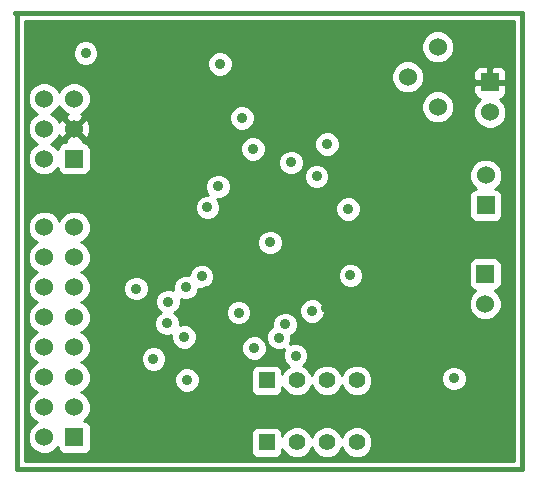
<source format=gbr>
G04 (created by PCBNEW-RS274X (2010-05-05 BZR 2356)-stable) date 29/03/2011 14:52:02*
G01*
G70*
G90*
%MOIN*%
G04 Gerber Fmt 3.4, Leading zero omitted, Abs format*
%FSLAX34Y34*%
G04 APERTURE LIST*
%ADD10C,0.006000*%
%ADD11C,0.015000*%
%ADD12R,0.060000X0.060000*%
%ADD13C,0.060000*%
%ADD14R,0.055000X0.055000*%
%ADD15C,0.055000*%
%ADD16C,0.035000*%
%ADD17C,0.010000*%
G04 APERTURE END LIST*
G54D10*
G54D11*
X25550Y-22360D02*
X25600Y-22360D01*
X25550Y-37560D02*
X25550Y-22360D01*
X42400Y-37560D02*
X25550Y-37560D01*
X42400Y-22360D02*
X42400Y-37560D01*
X25500Y-22360D02*
X42400Y-22360D01*
G54D12*
X41170Y-31050D03*
G54D13*
X41170Y-32050D03*
G54D12*
X41190Y-28760D03*
G54D13*
X41190Y-27760D03*
X39590Y-25480D03*
X38590Y-24480D03*
X39590Y-23480D03*
G54D12*
X27470Y-27210D03*
G54D13*
X26470Y-27210D03*
X27470Y-26210D03*
X26470Y-26210D03*
X27470Y-25210D03*
X26470Y-25210D03*
G54D12*
X27475Y-36500D03*
G54D13*
X26475Y-36500D03*
X27475Y-35500D03*
X26475Y-35500D03*
X27475Y-34500D03*
X26475Y-34500D03*
X27475Y-33500D03*
X26475Y-33500D03*
X27475Y-32500D03*
X26475Y-32500D03*
X27475Y-31500D03*
X26475Y-31500D03*
X27475Y-30500D03*
X26475Y-30500D03*
X27475Y-29500D03*
X26475Y-29500D03*
G54D12*
X41330Y-24660D03*
G54D13*
X41330Y-25660D03*
G54D14*
X33890Y-34600D03*
G54D15*
X34890Y-34600D03*
X35890Y-34600D03*
X36890Y-34600D03*
G54D14*
X33890Y-36660D03*
G54D15*
X34890Y-36660D03*
X35890Y-36660D03*
X36890Y-36660D03*
G54D16*
X31720Y-31130D03*
X33060Y-25850D03*
X36600Y-28880D03*
X31910Y-28830D03*
X29535Y-31540D03*
X34290Y-33170D03*
X31190Y-31500D03*
X31140Y-33150D03*
X36680Y-31100D03*
X30600Y-31970D03*
X30570Y-32700D03*
X34500Y-32730D03*
X30110Y-33880D03*
X34850Y-33770D03*
X33470Y-33520D03*
X32950Y-32340D03*
X35400Y-32280D03*
X35550Y-27800D03*
X40130Y-34530D03*
X32270Y-28130D03*
X32330Y-24050D03*
X35900Y-26720D03*
X33430Y-26880D03*
X34000Y-30000D03*
X34700Y-27330D03*
X27850Y-23690D03*
X31230Y-34580D03*
X31900Y-31620D03*
X36510Y-28280D03*
X35850Y-32170D03*
X29810Y-28760D03*
X32860Y-28180D03*
G54D10*
G36*
X42125Y-37285D02*
X42125Y-22635D01*
X25825Y-22635D01*
X25825Y-37280D01*
X27125Y-37280D01*
X27125Y-37049D01*
X27034Y-37011D01*
X26964Y-36941D01*
X26926Y-36849D01*
X26926Y-36825D01*
X26786Y-36965D01*
X26584Y-37049D01*
X26366Y-37049D01*
X26164Y-36965D01*
X26010Y-36811D01*
X25926Y-36609D01*
X25926Y-36391D01*
X26010Y-36189D01*
X26164Y-36035D01*
X26248Y-36000D01*
X26164Y-35965D01*
X26010Y-35811D01*
X25926Y-35609D01*
X25926Y-35391D01*
X26010Y-35189D01*
X26164Y-35035D01*
X26248Y-35000D01*
X26164Y-34965D01*
X26010Y-34811D01*
X25926Y-34609D01*
X25926Y-34391D01*
X26010Y-34189D01*
X26164Y-34035D01*
X26248Y-34000D01*
X26164Y-33965D01*
X26010Y-33811D01*
X25926Y-33609D01*
X25926Y-33391D01*
X26010Y-33189D01*
X26164Y-33035D01*
X26248Y-33000D01*
X26164Y-32965D01*
X26010Y-32811D01*
X25926Y-32609D01*
X25926Y-32391D01*
X26010Y-32189D01*
X26164Y-32035D01*
X26248Y-32000D01*
X26164Y-31965D01*
X26010Y-31811D01*
X25926Y-31609D01*
X25926Y-31391D01*
X26010Y-31189D01*
X26164Y-31035D01*
X26248Y-31000D01*
X26164Y-30965D01*
X26010Y-30811D01*
X25926Y-30609D01*
X25926Y-30391D01*
X26010Y-30189D01*
X26164Y-30035D01*
X26248Y-30000D01*
X26164Y-29965D01*
X26010Y-29811D01*
X25926Y-29609D01*
X25926Y-29391D01*
X26010Y-29189D01*
X26164Y-29035D01*
X26366Y-28951D01*
X26584Y-28951D01*
X26786Y-29035D01*
X26940Y-29189D01*
X26975Y-29273D01*
X27010Y-29189D01*
X27120Y-29079D01*
X27120Y-27759D01*
X27029Y-27721D01*
X26959Y-27651D01*
X26921Y-27559D01*
X26921Y-27535D01*
X26781Y-27675D01*
X26579Y-27759D01*
X26361Y-27759D01*
X26159Y-27675D01*
X26005Y-27521D01*
X25921Y-27319D01*
X25921Y-27101D01*
X26005Y-26899D01*
X26159Y-26745D01*
X26243Y-26710D01*
X26159Y-26675D01*
X26005Y-26521D01*
X25921Y-26319D01*
X25921Y-26101D01*
X26005Y-25899D01*
X26159Y-25745D01*
X26243Y-25710D01*
X26159Y-25675D01*
X26005Y-25521D01*
X25921Y-25319D01*
X25921Y-25101D01*
X26005Y-24899D01*
X26159Y-24745D01*
X26361Y-24661D01*
X26579Y-24661D01*
X26781Y-24745D01*
X26935Y-24899D01*
X26970Y-24983D01*
X27005Y-24899D01*
X27159Y-24745D01*
X27361Y-24661D01*
X27579Y-24661D01*
X27765Y-24738D01*
X27765Y-24115D01*
X27609Y-24050D01*
X27489Y-23930D01*
X27425Y-23774D01*
X27425Y-23605D01*
X27490Y-23449D01*
X27610Y-23329D01*
X27766Y-23265D01*
X27935Y-23265D01*
X28091Y-23330D01*
X28211Y-23450D01*
X28275Y-23606D01*
X28275Y-23775D01*
X28210Y-23931D01*
X28090Y-24051D01*
X27934Y-24115D01*
X27765Y-24115D01*
X27765Y-24738D01*
X27781Y-24745D01*
X27935Y-24899D01*
X28019Y-25101D01*
X28019Y-25319D01*
X27935Y-25521D01*
X27781Y-25675D01*
X27685Y-25714D01*
X27751Y-25738D01*
X27778Y-25832D01*
X27470Y-26139D01*
X27162Y-25832D01*
X27189Y-25738D01*
X27250Y-25712D01*
X27159Y-25675D01*
X27005Y-25521D01*
X26970Y-25436D01*
X26935Y-25521D01*
X26781Y-25675D01*
X26696Y-25710D01*
X26781Y-25745D01*
X26935Y-25899D01*
X26974Y-25994D01*
X26998Y-25929D01*
X27092Y-25902D01*
X27399Y-26210D01*
X27092Y-26518D01*
X26998Y-26491D01*
X26972Y-26429D01*
X26935Y-26521D01*
X26781Y-26675D01*
X26696Y-26710D01*
X26781Y-26745D01*
X26921Y-26885D01*
X26921Y-26860D01*
X26959Y-26769D01*
X27029Y-26699D01*
X27121Y-26661D01*
X27182Y-26661D01*
X27162Y-26588D01*
X27470Y-26281D01*
X27778Y-26588D01*
X27757Y-26661D01*
X27820Y-26661D01*
X27848Y-26672D01*
X27848Y-26518D01*
X27541Y-26210D01*
X27848Y-25902D01*
X27942Y-25929D01*
X28002Y-26076D01*
X28013Y-26289D01*
X27942Y-26491D01*
X27848Y-26518D01*
X27848Y-26672D01*
X27911Y-26699D01*
X27981Y-26769D01*
X28019Y-26861D01*
X28019Y-27560D01*
X27981Y-27651D01*
X27911Y-27721D01*
X27819Y-27759D01*
X27120Y-27759D01*
X27120Y-29079D01*
X27164Y-29035D01*
X27366Y-28951D01*
X27584Y-28951D01*
X27786Y-29035D01*
X27940Y-29189D01*
X28024Y-29391D01*
X28024Y-29609D01*
X27940Y-29811D01*
X27786Y-29965D01*
X27701Y-30000D01*
X27786Y-30035D01*
X27940Y-30189D01*
X28024Y-30391D01*
X28024Y-30609D01*
X27940Y-30811D01*
X27786Y-30965D01*
X27701Y-31000D01*
X27786Y-31035D01*
X27940Y-31189D01*
X28024Y-31391D01*
X28024Y-31609D01*
X27940Y-31811D01*
X27786Y-31965D01*
X27701Y-32000D01*
X27786Y-32035D01*
X27940Y-32189D01*
X28024Y-32391D01*
X28024Y-32609D01*
X27940Y-32811D01*
X27786Y-32965D01*
X27701Y-33000D01*
X27786Y-33035D01*
X27940Y-33189D01*
X28024Y-33391D01*
X28024Y-33609D01*
X27940Y-33811D01*
X27786Y-33965D01*
X27701Y-34000D01*
X27786Y-34035D01*
X27940Y-34189D01*
X28024Y-34391D01*
X28024Y-34609D01*
X27940Y-34811D01*
X27786Y-34965D01*
X27701Y-35000D01*
X27786Y-35035D01*
X27940Y-35189D01*
X28024Y-35391D01*
X28024Y-35609D01*
X27940Y-35811D01*
X27800Y-35951D01*
X27825Y-35951D01*
X27916Y-35989D01*
X27986Y-36059D01*
X28024Y-36151D01*
X28024Y-36850D01*
X27986Y-36941D01*
X27916Y-37011D01*
X27824Y-37049D01*
X27125Y-37049D01*
X27125Y-37280D01*
X29450Y-37280D01*
X29450Y-31965D01*
X29294Y-31900D01*
X29174Y-31780D01*
X29110Y-31624D01*
X29110Y-31455D01*
X29175Y-31299D01*
X29295Y-31179D01*
X29451Y-31115D01*
X29620Y-31115D01*
X29776Y-31180D01*
X29896Y-31300D01*
X29960Y-31456D01*
X29960Y-31625D01*
X29895Y-31781D01*
X29775Y-31901D01*
X29619Y-31965D01*
X29450Y-31965D01*
X29450Y-37280D01*
X30025Y-37280D01*
X30025Y-34305D01*
X29869Y-34240D01*
X29749Y-34120D01*
X29685Y-33964D01*
X29685Y-33795D01*
X29750Y-33639D01*
X29870Y-33519D01*
X30026Y-33455D01*
X30195Y-33455D01*
X30351Y-33520D01*
X30471Y-33640D01*
X30535Y-33796D01*
X30535Y-33965D01*
X30470Y-34121D01*
X30350Y-34241D01*
X30194Y-34305D01*
X30025Y-34305D01*
X30025Y-37280D01*
X31145Y-37280D01*
X31145Y-35005D01*
X30989Y-34940D01*
X30869Y-34820D01*
X30805Y-34664D01*
X30805Y-34495D01*
X30870Y-34339D01*
X30990Y-34219D01*
X31055Y-34192D01*
X31055Y-33575D01*
X30899Y-33510D01*
X30779Y-33390D01*
X30715Y-33234D01*
X30715Y-33099D01*
X30654Y-33125D01*
X30485Y-33125D01*
X30329Y-33060D01*
X30209Y-32940D01*
X30145Y-32784D01*
X30145Y-32615D01*
X30210Y-32459D01*
X30330Y-32339D01*
X30356Y-32327D01*
X30239Y-32210D01*
X30175Y-32054D01*
X30175Y-31885D01*
X30240Y-31729D01*
X30360Y-31609D01*
X30516Y-31545D01*
X30685Y-31545D01*
X30765Y-31578D01*
X30765Y-31415D01*
X30830Y-31259D01*
X30950Y-31139D01*
X31106Y-31075D01*
X31275Y-31075D01*
X31295Y-31083D01*
X31295Y-31045D01*
X31360Y-30889D01*
X31480Y-30769D01*
X31636Y-30705D01*
X31805Y-30705D01*
X31825Y-30713D01*
X31825Y-29255D01*
X31669Y-29190D01*
X31549Y-29070D01*
X31485Y-28914D01*
X31485Y-28745D01*
X31550Y-28589D01*
X31670Y-28469D01*
X31826Y-28405D01*
X31944Y-28405D01*
X31909Y-28370D01*
X31845Y-28214D01*
X31845Y-28045D01*
X31910Y-27889D01*
X32030Y-27769D01*
X32186Y-27705D01*
X32245Y-27705D01*
X32245Y-24475D01*
X32089Y-24410D01*
X31969Y-24290D01*
X31905Y-24134D01*
X31905Y-23965D01*
X31970Y-23809D01*
X32090Y-23689D01*
X32246Y-23625D01*
X32415Y-23625D01*
X32571Y-23690D01*
X32691Y-23810D01*
X32755Y-23966D01*
X32755Y-24135D01*
X32690Y-24291D01*
X32570Y-24411D01*
X32414Y-24475D01*
X32245Y-24475D01*
X32245Y-27705D01*
X32355Y-27705D01*
X32511Y-27770D01*
X32631Y-27890D01*
X32695Y-28046D01*
X32695Y-28215D01*
X32630Y-28371D01*
X32510Y-28491D01*
X32354Y-28555D01*
X32236Y-28555D01*
X32271Y-28590D01*
X32335Y-28746D01*
X32335Y-28915D01*
X32270Y-29071D01*
X32150Y-29191D01*
X31994Y-29255D01*
X31825Y-29255D01*
X31825Y-30713D01*
X31961Y-30770D01*
X32081Y-30890D01*
X32145Y-31046D01*
X32145Y-31215D01*
X32080Y-31371D01*
X31960Y-31491D01*
X31804Y-31555D01*
X31635Y-31555D01*
X31615Y-31546D01*
X31615Y-31585D01*
X31550Y-31741D01*
X31430Y-31861D01*
X31274Y-31925D01*
X31105Y-31925D01*
X31025Y-31891D01*
X31025Y-32055D01*
X30960Y-32211D01*
X30840Y-32331D01*
X30813Y-32342D01*
X30931Y-32460D01*
X30995Y-32616D01*
X30995Y-32750D01*
X31056Y-32725D01*
X31225Y-32725D01*
X31381Y-32790D01*
X31501Y-32910D01*
X31565Y-33066D01*
X31565Y-33235D01*
X31500Y-33391D01*
X31380Y-33511D01*
X31224Y-33575D01*
X31055Y-33575D01*
X31055Y-34192D01*
X31146Y-34155D01*
X31315Y-34155D01*
X31471Y-34220D01*
X31591Y-34340D01*
X31655Y-34496D01*
X31655Y-34665D01*
X31590Y-34821D01*
X31470Y-34941D01*
X31314Y-35005D01*
X31145Y-35005D01*
X31145Y-37280D01*
X32865Y-37280D01*
X32865Y-32765D01*
X32709Y-32700D01*
X32589Y-32580D01*
X32525Y-32424D01*
X32525Y-32255D01*
X32590Y-32099D01*
X32710Y-31979D01*
X32866Y-31915D01*
X32975Y-31915D01*
X32975Y-26275D01*
X32819Y-26210D01*
X32699Y-26090D01*
X32635Y-25934D01*
X32635Y-25765D01*
X32700Y-25609D01*
X32820Y-25489D01*
X32976Y-25425D01*
X33145Y-25425D01*
X33301Y-25490D01*
X33421Y-25610D01*
X33485Y-25766D01*
X33485Y-25935D01*
X33420Y-26091D01*
X33300Y-26211D01*
X33144Y-26275D01*
X32975Y-26275D01*
X32975Y-31915D01*
X33035Y-31915D01*
X33191Y-31980D01*
X33311Y-32100D01*
X33345Y-32182D01*
X33345Y-27305D01*
X33189Y-27240D01*
X33069Y-27120D01*
X33005Y-26964D01*
X33005Y-26795D01*
X33070Y-26639D01*
X33190Y-26519D01*
X33346Y-26455D01*
X33515Y-26455D01*
X33671Y-26520D01*
X33791Y-26640D01*
X33855Y-26796D01*
X33855Y-26965D01*
X33790Y-27121D01*
X33670Y-27241D01*
X33514Y-27305D01*
X33345Y-27305D01*
X33345Y-32182D01*
X33375Y-32256D01*
X33375Y-32425D01*
X33310Y-32581D01*
X33190Y-32701D01*
X33034Y-32765D01*
X32865Y-32765D01*
X32865Y-37280D01*
X36785Y-37280D01*
X36785Y-37185D01*
X36592Y-37105D01*
X36445Y-36957D01*
X36390Y-36824D01*
X36335Y-36958D01*
X36187Y-37105D01*
X35994Y-37185D01*
X35785Y-37185D01*
X35592Y-37105D01*
X35445Y-36957D01*
X35390Y-36824D01*
X35335Y-36958D01*
X35187Y-37105D01*
X34994Y-37185D01*
X34785Y-37185D01*
X34592Y-37105D01*
X34445Y-36957D01*
X34414Y-36882D01*
X34414Y-36985D01*
X34376Y-37076D01*
X34306Y-37146D01*
X34214Y-37184D01*
X33565Y-37184D01*
X33474Y-37146D01*
X33404Y-37076D01*
X33366Y-36984D01*
X33366Y-36335D01*
X33404Y-36244D01*
X33474Y-36174D01*
X33566Y-36136D01*
X34215Y-36136D01*
X34306Y-36174D01*
X34376Y-36244D01*
X34414Y-36336D01*
X34414Y-36436D01*
X34445Y-36362D01*
X34593Y-36215D01*
X34786Y-36135D01*
X34995Y-36135D01*
X35188Y-36215D01*
X35335Y-36363D01*
X35389Y-36495D01*
X35445Y-36362D01*
X35593Y-36215D01*
X35786Y-36135D01*
X35995Y-36135D01*
X36188Y-36215D01*
X36335Y-36363D01*
X36389Y-36495D01*
X36445Y-36362D01*
X36593Y-36215D01*
X36785Y-36135D01*
X36785Y-35125D01*
X36592Y-35045D01*
X36445Y-34897D01*
X36390Y-34764D01*
X36335Y-34898D01*
X36187Y-35045D01*
X35994Y-35125D01*
X35785Y-35125D01*
X35592Y-35045D01*
X35445Y-34897D01*
X35390Y-34764D01*
X35335Y-34898D01*
X35187Y-35045D01*
X34994Y-35125D01*
X34785Y-35125D01*
X34592Y-35045D01*
X34445Y-34897D01*
X34414Y-34822D01*
X34414Y-34925D01*
X34376Y-35016D01*
X34306Y-35086D01*
X34214Y-35124D01*
X33565Y-35124D01*
X33474Y-35086D01*
X33404Y-35016D01*
X33366Y-34924D01*
X33366Y-34275D01*
X33385Y-34229D01*
X33385Y-33945D01*
X33229Y-33880D01*
X33109Y-33760D01*
X33045Y-33604D01*
X33045Y-33435D01*
X33110Y-33279D01*
X33230Y-33159D01*
X33386Y-33095D01*
X33555Y-33095D01*
X33711Y-33160D01*
X33831Y-33280D01*
X33895Y-33436D01*
X33895Y-33605D01*
X33830Y-33761D01*
X33710Y-33881D01*
X33554Y-33945D01*
X33385Y-33945D01*
X33385Y-34229D01*
X33404Y-34184D01*
X33474Y-34114D01*
X33566Y-34076D01*
X34215Y-34076D01*
X34306Y-34114D01*
X34376Y-34184D01*
X34414Y-34276D01*
X34414Y-34376D01*
X34445Y-34302D01*
X34593Y-34155D01*
X34631Y-34139D01*
X34609Y-34130D01*
X34489Y-34010D01*
X34425Y-33854D01*
X34425Y-33685D01*
X34480Y-33551D01*
X34374Y-33595D01*
X34205Y-33595D01*
X34049Y-33530D01*
X33929Y-33410D01*
X33865Y-33254D01*
X33865Y-33085D01*
X33915Y-32964D01*
X33915Y-30425D01*
X33759Y-30360D01*
X33639Y-30240D01*
X33575Y-30084D01*
X33575Y-29915D01*
X33640Y-29759D01*
X33760Y-29639D01*
X33916Y-29575D01*
X34085Y-29575D01*
X34241Y-29640D01*
X34361Y-29760D01*
X34425Y-29916D01*
X34425Y-30085D01*
X34360Y-30241D01*
X34240Y-30361D01*
X34084Y-30425D01*
X33915Y-30425D01*
X33915Y-32964D01*
X33930Y-32929D01*
X34050Y-32809D01*
X34075Y-32798D01*
X34075Y-32645D01*
X34140Y-32489D01*
X34260Y-32369D01*
X34416Y-32305D01*
X34585Y-32305D01*
X34615Y-32317D01*
X34615Y-27755D01*
X34459Y-27690D01*
X34339Y-27570D01*
X34275Y-27414D01*
X34275Y-27245D01*
X34340Y-27089D01*
X34460Y-26969D01*
X34616Y-26905D01*
X34785Y-26905D01*
X34941Y-26970D01*
X35061Y-27090D01*
X35125Y-27246D01*
X35125Y-27415D01*
X35060Y-27571D01*
X34940Y-27691D01*
X34784Y-27755D01*
X34615Y-27755D01*
X34615Y-32317D01*
X34741Y-32370D01*
X34861Y-32490D01*
X34925Y-32646D01*
X34925Y-32815D01*
X34860Y-32971D01*
X34740Y-33091D01*
X34715Y-33101D01*
X34715Y-33255D01*
X34659Y-33388D01*
X34766Y-33345D01*
X34935Y-33345D01*
X35091Y-33410D01*
X35211Y-33530D01*
X35275Y-33686D01*
X35275Y-33855D01*
X35210Y-34011D01*
X35101Y-34119D01*
X35188Y-34155D01*
X35315Y-34282D01*
X35315Y-32705D01*
X35159Y-32640D01*
X35039Y-32520D01*
X34975Y-32364D01*
X34975Y-32195D01*
X35040Y-32039D01*
X35160Y-31919D01*
X35316Y-31855D01*
X35465Y-31855D01*
X35465Y-28225D01*
X35309Y-28160D01*
X35189Y-28040D01*
X35125Y-27884D01*
X35125Y-27715D01*
X35190Y-27559D01*
X35310Y-27439D01*
X35466Y-27375D01*
X35635Y-27375D01*
X35791Y-27440D01*
X35815Y-27464D01*
X35815Y-27145D01*
X35659Y-27080D01*
X35539Y-26960D01*
X35475Y-26804D01*
X35475Y-26635D01*
X35540Y-26479D01*
X35660Y-26359D01*
X35816Y-26295D01*
X35985Y-26295D01*
X36141Y-26360D01*
X36261Y-26480D01*
X36325Y-26636D01*
X36325Y-26805D01*
X36260Y-26961D01*
X36140Y-27081D01*
X35984Y-27145D01*
X35815Y-27145D01*
X35815Y-27464D01*
X35911Y-27560D01*
X35975Y-27716D01*
X35975Y-27885D01*
X35910Y-28041D01*
X35790Y-28161D01*
X35634Y-28225D01*
X35465Y-28225D01*
X35465Y-31855D01*
X35485Y-31855D01*
X35641Y-31920D01*
X35761Y-32040D01*
X35825Y-32196D01*
X35825Y-32365D01*
X35760Y-32521D01*
X35640Y-32641D01*
X35484Y-32705D01*
X35315Y-32705D01*
X35315Y-34282D01*
X35335Y-34303D01*
X35389Y-34435D01*
X35445Y-34302D01*
X35593Y-34155D01*
X35786Y-34075D01*
X35995Y-34075D01*
X36188Y-34155D01*
X36335Y-34303D01*
X36389Y-34435D01*
X36445Y-34302D01*
X36593Y-34155D01*
X36595Y-34154D01*
X36595Y-31525D01*
X36439Y-31460D01*
X36319Y-31340D01*
X36255Y-31184D01*
X36255Y-31015D01*
X36320Y-30859D01*
X36440Y-30739D01*
X36515Y-30708D01*
X36515Y-29305D01*
X36359Y-29240D01*
X36239Y-29120D01*
X36175Y-28964D01*
X36175Y-28795D01*
X36240Y-28639D01*
X36360Y-28519D01*
X36516Y-28455D01*
X36685Y-28455D01*
X36841Y-28520D01*
X36961Y-28640D01*
X37025Y-28796D01*
X37025Y-28965D01*
X36960Y-29121D01*
X36840Y-29241D01*
X36684Y-29305D01*
X36515Y-29305D01*
X36515Y-30708D01*
X36596Y-30675D01*
X36765Y-30675D01*
X36921Y-30740D01*
X37041Y-30860D01*
X37105Y-31016D01*
X37105Y-31185D01*
X37040Y-31341D01*
X36920Y-31461D01*
X36764Y-31525D01*
X36595Y-31525D01*
X36595Y-34154D01*
X36786Y-34075D01*
X36995Y-34075D01*
X37188Y-34155D01*
X37335Y-34303D01*
X37415Y-34496D01*
X37415Y-34705D01*
X37335Y-34898D01*
X37187Y-35045D01*
X36994Y-35125D01*
X36785Y-35125D01*
X36785Y-36135D01*
X36995Y-36135D01*
X37188Y-36215D01*
X37335Y-36363D01*
X37415Y-36556D01*
X37415Y-36765D01*
X37335Y-36958D01*
X37187Y-37105D01*
X36994Y-37185D01*
X36785Y-37185D01*
X36785Y-37280D01*
X38481Y-37280D01*
X38481Y-25029D01*
X38279Y-24945D01*
X38125Y-24791D01*
X38041Y-24589D01*
X38041Y-24371D01*
X38125Y-24169D01*
X38279Y-24015D01*
X38481Y-23931D01*
X38699Y-23931D01*
X38901Y-24015D01*
X39055Y-24169D01*
X39139Y-24371D01*
X39139Y-24589D01*
X39055Y-24791D01*
X38901Y-24945D01*
X38699Y-25029D01*
X38481Y-25029D01*
X38481Y-37280D01*
X39481Y-37280D01*
X39481Y-26029D01*
X39279Y-25945D01*
X39125Y-25791D01*
X39041Y-25589D01*
X39041Y-25371D01*
X39125Y-25169D01*
X39279Y-25015D01*
X39481Y-24931D01*
X39481Y-24029D01*
X39279Y-23945D01*
X39125Y-23791D01*
X39041Y-23589D01*
X39041Y-23371D01*
X39125Y-23169D01*
X39279Y-23015D01*
X39481Y-22931D01*
X39699Y-22931D01*
X39901Y-23015D01*
X40055Y-23169D01*
X40139Y-23371D01*
X40139Y-23589D01*
X40055Y-23791D01*
X39901Y-23945D01*
X39699Y-24029D01*
X39481Y-24029D01*
X39481Y-24931D01*
X39699Y-24931D01*
X39901Y-25015D01*
X40055Y-25169D01*
X40139Y-25371D01*
X40139Y-25589D01*
X40055Y-25791D01*
X39901Y-25945D01*
X39699Y-26029D01*
X39481Y-26029D01*
X39481Y-37280D01*
X40045Y-37280D01*
X40045Y-34955D01*
X39889Y-34890D01*
X39769Y-34770D01*
X39705Y-34614D01*
X39705Y-34445D01*
X39770Y-34289D01*
X39890Y-34169D01*
X40046Y-34105D01*
X40215Y-34105D01*
X40371Y-34170D01*
X40491Y-34290D01*
X40555Y-34446D01*
X40555Y-34615D01*
X40490Y-34771D01*
X40370Y-34891D01*
X40214Y-34955D01*
X40045Y-34955D01*
X40045Y-37280D01*
X41061Y-37280D01*
X41061Y-32599D01*
X40859Y-32515D01*
X40705Y-32361D01*
X40621Y-32159D01*
X40621Y-31941D01*
X40705Y-31739D01*
X40844Y-31599D01*
X40820Y-31599D01*
X40729Y-31561D01*
X40659Y-31491D01*
X40621Y-31399D01*
X40621Y-30700D01*
X40659Y-30609D01*
X40729Y-30539D01*
X40821Y-30501D01*
X40840Y-30501D01*
X40840Y-29309D01*
X40749Y-29271D01*
X40679Y-29201D01*
X40641Y-29109D01*
X40641Y-28410D01*
X40679Y-28319D01*
X40749Y-28249D01*
X40841Y-28211D01*
X40865Y-28211D01*
X40725Y-28071D01*
X40641Y-27869D01*
X40641Y-27651D01*
X40725Y-27449D01*
X40879Y-27295D01*
X41081Y-27211D01*
X41221Y-27211D01*
X41221Y-26209D01*
X41019Y-26125D01*
X40865Y-25971D01*
X40781Y-25769D01*
X40781Y-25551D01*
X40865Y-25349D01*
X41005Y-25209D01*
X40980Y-25209D01*
X40889Y-25171D01*
X40819Y-25101D01*
X40781Y-25009D01*
X40780Y-24772D01*
X40842Y-24710D01*
X40842Y-24610D01*
X40780Y-24548D01*
X40781Y-24311D01*
X40819Y-24219D01*
X40889Y-24149D01*
X40980Y-24111D01*
X41079Y-24111D01*
X41218Y-24110D01*
X41280Y-24172D01*
X41280Y-24610D01*
X40842Y-24610D01*
X40842Y-24710D01*
X41280Y-24710D01*
X41380Y-24710D01*
X41380Y-24610D01*
X41380Y-24172D01*
X41442Y-24110D01*
X41581Y-24111D01*
X41680Y-24111D01*
X41771Y-24149D01*
X41841Y-24219D01*
X41879Y-24311D01*
X41880Y-24548D01*
X41818Y-24610D01*
X41380Y-24610D01*
X41380Y-24710D01*
X41818Y-24710D01*
X41880Y-24772D01*
X41879Y-25009D01*
X41841Y-25101D01*
X41771Y-25171D01*
X41680Y-25209D01*
X41655Y-25209D01*
X41795Y-25349D01*
X41879Y-25551D01*
X41879Y-25769D01*
X41795Y-25971D01*
X41641Y-26125D01*
X41439Y-26209D01*
X41221Y-26209D01*
X41221Y-27211D01*
X41299Y-27211D01*
X41501Y-27295D01*
X41655Y-27449D01*
X41739Y-27651D01*
X41739Y-27869D01*
X41655Y-28071D01*
X41515Y-28211D01*
X41540Y-28211D01*
X41631Y-28249D01*
X41701Y-28319D01*
X41739Y-28411D01*
X41739Y-29110D01*
X41701Y-29201D01*
X41631Y-29271D01*
X41539Y-29309D01*
X40840Y-29309D01*
X40840Y-30501D01*
X41520Y-30501D01*
X41611Y-30539D01*
X41681Y-30609D01*
X41719Y-30701D01*
X41719Y-31400D01*
X41681Y-31491D01*
X41611Y-31561D01*
X41519Y-31599D01*
X41495Y-31599D01*
X41635Y-31739D01*
X41719Y-31941D01*
X41719Y-32159D01*
X41635Y-32361D01*
X41481Y-32515D01*
X41279Y-32599D01*
X41061Y-32599D01*
X41061Y-37280D01*
X42042Y-37280D01*
X42097Y-37285D01*
X42125Y-37285D01*
X42125Y-37285D01*
G37*
G54D17*
X42125Y-37285D02*
X42125Y-22635D01*
X25825Y-22635D01*
X25825Y-37280D01*
X27125Y-37280D01*
X27125Y-37049D01*
X27034Y-37011D01*
X26964Y-36941D01*
X26926Y-36849D01*
X26926Y-36825D01*
X26786Y-36965D01*
X26584Y-37049D01*
X26366Y-37049D01*
X26164Y-36965D01*
X26010Y-36811D01*
X25926Y-36609D01*
X25926Y-36391D01*
X26010Y-36189D01*
X26164Y-36035D01*
X26248Y-36000D01*
X26164Y-35965D01*
X26010Y-35811D01*
X25926Y-35609D01*
X25926Y-35391D01*
X26010Y-35189D01*
X26164Y-35035D01*
X26248Y-35000D01*
X26164Y-34965D01*
X26010Y-34811D01*
X25926Y-34609D01*
X25926Y-34391D01*
X26010Y-34189D01*
X26164Y-34035D01*
X26248Y-34000D01*
X26164Y-33965D01*
X26010Y-33811D01*
X25926Y-33609D01*
X25926Y-33391D01*
X26010Y-33189D01*
X26164Y-33035D01*
X26248Y-33000D01*
X26164Y-32965D01*
X26010Y-32811D01*
X25926Y-32609D01*
X25926Y-32391D01*
X26010Y-32189D01*
X26164Y-32035D01*
X26248Y-32000D01*
X26164Y-31965D01*
X26010Y-31811D01*
X25926Y-31609D01*
X25926Y-31391D01*
X26010Y-31189D01*
X26164Y-31035D01*
X26248Y-31000D01*
X26164Y-30965D01*
X26010Y-30811D01*
X25926Y-30609D01*
X25926Y-30391D01*
X26010Y-30189D01*
X26164Y-30035D01*
X26248Y-30000D01*
X26164Y-29965D01*
X26010Y-29811D01*
X25926Y-29609D01*
X25926Y-29391D01*
X26010Y-29189D01*
X26164Y-29035D01*
X26366Y-28951D01*
X26584Y-28951D01*
X26786Y-29035D01*
X26940Y-29189D01*
X26975Y-29273D01*
X27010Y-29189D01*
X27120Y-29079D01*
X27120Y-27759D01*
X27029Y-27721D01*
X26959Y-27651D01*
X26921Y-27559D01*
X26921Y-27535D01*
X26781Y-27675D01*
X26579Y-27759D01*
X26361Y-27759D01*
X26159Y-27675D01*
X26005Y-27521D01*
X25921Y-27319D01*
X25921Y-27101D01*
X26005Y-26899D01*
X26159Y-26745D01*
X26243Y-26710D01*
X26159Y-26675D01*
X26005Y-26521D01*
X25921Y-26319D01*
X25921Y-26101D01*
X26005Y-25899D01*
X26159Y-25745D01*
X26243Y-25710D01*
X26159Y-25675D01*
X26005Y-25521D01*
X25921Y-25319D01*
X25921Y-25101D01*
X26005Y-24899D01*
X26159Y-24745D01*
X26361Y-24661D01*
X26579Y-24661D01*
X26781Y-24745D01*
X26935Y-24899D01*
X26970Y-24983D01*
X27005Y-24899D01*
X27159Y-24745D01*
X27361Y-24661D01*
X27579Y-24661D01*
X27765Y-24738D01*
X27765Y-24115D01*
X27609Y-24050D01*
X27489Y-23930D01*
X27425Y-23774D01*
X27425Y-23605D01*
X27490Y-23449D01*
X27610Y-23329D01*
X27766Y-23265D01*
X27935Y-23265D01*
X28091Y-23330D01*
X28211Y-23450D01*
X28275Y-23606D01*
X28275Y-23775D01*
X28210Y-23931D01*
X28090Y-24051D01*
X27934Y-24115D01*
X27765Y-24115D01*
X27765Y-24738D01*
X27781Y-24745D01*
X27935Y-24899D01*
X28019Y-25101D01*
X28019Y-25319D01*
X27935Y-25521D01*
X27781Y-25675D01*
X27685Y-25714D01*
X27751Y-25738D01*
X27778Y-25832D01*
X27470Y-26139D01*
X27162Y-25832D01*
X27189Y-25738D01*
X27250Y-25712D01*
X27159Y-25675D01*
X27005Y-25521D01*
X26970Y-25436D01*
X26935Y-25521D01*
X26781Y-25675D01*
X26696Y-25710D01*
X26781Y-25745D01*
X26935Y-25899D01*
X26974Y-25994D01*
X26998Y-25929D01*
X27092Y-25902D01*
X27399Y-26210D01*
X27092Y-26518D01*
X26998Y-26491D01*
X26972Y-26429D01*
X26935Y-26521D01*
X26781Y-26675D01*
X26696Y-26710D01*
X26781Y-26745D01*
X26921Y-26885D01*
X26921Y-26860D01*
X26959Y-26769D01*
X27029Y-26699D01*
X27121Y-26661D01*
X27182Y-26661D01*
X27162Y-26588D01*
X27470Y-26281D01*
X27778Y-26588D01*
X27757Y-26661D01*
X27820Y-26661D01*
X27848Y-26672D01*
X27848Y-26518D01*
X27541Y-26210D01*
X27848Y-25902D01*
X27942Y-25929D01*
X28002Y-26076D01*
X28013Y-26289D01*
X27942Y-26491D01*
X27848Y-26518D01*
X27848Y-26672D01*
X27911Y-26699D01*
X27981Y-26769D01*
X28019Y-26861D01*
X28019Y-27560D01*
X27981Y-27651D01*
X27911Y-27721D01*
X27819Y-27759D01*
X27120Y-27759D01*
X27120Y-29079D01*
X27164Y-29035D01*
X27366Y-28951D01*
X27584Y-28951D01*
X27786Y-29035D01*
X27940Y-29189D01*
X28024Y-29391D01*
X28024Y-29609D01*
X27940Y-29811D01*
X27786Y-29965D01*
X27701Y-30000D01*
X27786Y-30035D01*
X27940Y-30189D01*
X28024Y-30391D01*
X28024Y-30609D01*
X27940Y-30811D01*
X27786Y-30965D01*
X27701Y-31000D01*
X27786Y-31035D01*
X27940Y-31189D01*
X28024Y-31391D01*
X28024Y-31609D01*
X27940Y-31811D01*
X27786Y-31965D01*
X27701Y-32000D01*
X27786Y-32035D01*
X27940Y-32189D01*
X28024Y-32391D01*
X28024Y-32609D01*
X27940Y-32811D01*
X27786Y-32965D01*
X27701Y-33000D01*
X27786Y-33035D01*
X27940Y-33189D01*
X28024Y-33391D01*
X28024Y-33609D01*
X27940Y-33811D01*
X27786Y-33965D01*
X27701Y-34000D01*
X27786Y-34035D01*
X27940Y-34189D01*
X28024Y-34391D01*
X28024Y-34609D01*
X27940Y-34811D01*
X27786Y-34965D01*
X27701Y-35000D01*
X27786Y-35035D01*
X27940Y-35189D01*
X28024Y-35391D01*
X28024Y-35609D01*
X27940Y-35811D01*
X27800Y-35951D01*
X27825Y-35951D01*
X27916Y-35989D01*
X27986Y-36059D01*
X28024Y-36151D01*
X28024Y-36850D01*
X27986Y-36941D01*
X27916Y-37011D01*
X27824Y-37049D01*
X27125Y-37049D01*
X27125Y-37280D01*
X29450Y-37280D01*
X29450Y-31965D01*
X29294Y-31900D01*
X29174Y-31780D01*
X29110Y-31624D01*
X29110Y-31455D01*
X29175Y-31299D01*
X29295Y-31179D01*
X29451Y-31115D01*
X29620Y-31115D01*
X29776Y-31180D01*
X29896Y-31300D01*
X29960Y-31456D01*
X29960Y-31625D01*
X29895Y-31781D01*
X29775Y-31901D01*
X29619Y-31965D01*
X29450Y-31965D01*
X29450Y-37280D01*
X30025Y-37280D01*
X30025Y-34305D01*
X29869Y-34240D01*
X29749Y-34120D01*
X29685Y-33964D01*
X29685Y-33795D01*
X29750Y-33639D01*
X29870Y-33519D01*
X30026Y-33455D01*
X30195Y-33455D01*
X30351Y-33520D01*
X30471Y-33640D01*
X30535Y-33796D01*
X30535Y-33965D01*
X30470Y-34121D01*
X30350Y-34241D01*
X30194Y-34305D01*
X30025Y-34305D01*
X30025Y-37280D01*
X31145Y-37280D01*
X31145Y-35005D01*
X30989Y-34940D01*
X30869Y-34820D01*
X30805Y-34664D01*
X30805Y-34495D01*
X30870Y-34339D01*
X30990Y-34219D01*
X31055Y-34192D01*
X31055Y-33575D01*
X30899Y-33510D01*
X30779Y-33390D01*
X30715Y-33234D01*
X30715Y-33099D01*
X30654Y-33125D01*
X30485Y-33125D01*
X30329Y-33060D01*
X30209Y-32940D01*
X30145Y-32784D01*
X30145Y-32615D01*
X30210Y-32459D01*
X30330Y-32339D01*
X30356Y-32327D01*
X30239Y-32210D01*
X30175Y-32054D01*
X30175Y-31885D01*
X30240Y-31729D01*
X30360Y-31609D01*
X30516Y-31545D01*
X30685Y-31545D01*
X30765Y-31578D01*
X30765Y-31415D01*
X30830Y-31259D01*
X30950Y-31139D01*
X31106Y-31075D01*
X31275Y-31075D01*
X31295Y-31083D01*
X31295Y-31045D01*
X31360Y-30889D01*
X31480Y-30769D01*
X31636Y-30705D01*
X31805Y-30705D01*
X31825Y-30713D01*
X31825Y-29255D01*
X31669Y-29190D01*
X31549Y-29070D01*
X31485Y-28914D01*
X31485Y-28745D01*
X31550Y-28589D01*
X31670Y-28469D01*
X31826Y-28405D01*
X31944Y-28405D01*
X31909Y-28370D01*
X31845Y-28214D01*
X31845Y-28045D01*
X31910Y-27889D01*
X32030Y-27769D01*
X32186Y-27705D01*
X32245Y-27705D01*
X32245Y-24475D01*
X32089Y-24410D01*
X31969Y-24290D01*
X31905Y-24134D01*
X31905Y-23965D01*
X31970Y-23809D01*
X32090Y-23689D01*
X32246Y-23625D01*
X32415Y-23625D01*
X32571Y-23690D01*
X32691Y-23810D01*
X32755Y-23966D01*
X32755Y-24135D01*
X32690Y-24291D01*
X32570Y-24411D01*
X32414Y-24475D01*
X32245Y-24475D01*
X32245Y-27705D01*
X32355Y-27705D01*
X32511Y-27770D01*
X32631Y-27890D01*
X32695Y-28046D01*
X32695Y-28215D01*
X32630Y-28371D01*
X32510Y-28491D01*
X32354Y-28555D01*
X32236Y-28555D01*
X32271Y-28590D01*
X32335Y-28746D01*
X32335Y-28915D01*
X32270Y-29071D01*
X32150Y-29191D01*
X31994Y-29255D01*
X31825Y-29255D01*
X31825Y-30713D01*
X31961Y-30770D01*
X32081Y-30890D01*
X32145Y-31046D01*
X32145Y-31215D01*
X32080Y-31371D01*
X31960Y-31491D01*
X31804Y-31555D01*
X31635Y-31555D01*
X31615Y-31546D01*
X31615Y-31585D01*
X31550Y-31741D01*
X31430Y-31861D01*
X31274Y-31925D01*
X31105Y-31925D01*
X31025Y-31891D01*
X31025Y-32055D01*
X30960Y-32211D01*
X30840Y-32331D01*
X30813Y-32342D01*
X30931Y-32460D01*
X30995Y-32616D01*
X30995Y-32750D01*
X31056Y-32725D01*
X31225Y-32725D01*
X31381Y-32790D01*
X31501Y-32910D01*
X31565Y-33066D01*
X31565Y-33235D01*
X31500Y-33391D01*
X31380Y-33511D01*
X31224Y-33575D01*
X31055Y-33575D01*
X31055Y-34192D01*
X31146Y-34155D01*
X31315Y-34155D01*
X31471Y-34220D01*
X31591Y-34340D01*
X31655Y-34496D01*
X31655Y-34665D01*
X31590Y-34821D01*
X31470Y-34941D01*
X31314Y-35005D01*
X31145Y-35005D01*
X31145Y-37280D01*
X32865Y-37280D01*
X32865Y-32765D01*
X32709Y-32700D01*
X32589Y-32580D01*
X32525Y-32424D01*
X32525Y-32255D01*
X32590Y-32099D01*
X32710Y-31979D01*
X32866Y-31915D01*
X32975Y-31915D01*
X32975Y-26275D01*
X32819Y-26210D01*
X32699Y-26090D01*
X32635Y-25934D01*
X32635Y-25765D01*
X32700Y-25609D01*
X32820Y-25489D01*
X32976Y-25425D01*
X33145Y-25425D01*
X33301Y-25490D01*
X33421Y-25610D01*
X33485Y-25766D01*
X33485Y-25935D01*
X33420Y-26091D01*
X33300Y-26211D01*
X33144Y-26275D01*
X32975Y-26275D01*
X32975Y-31915D01*
X33035Y-31915D01*
X33191Y-31980D01*
X33311Y-32100D01*
X33345Y-32182D01*
X33345Y-27305D01*
X33189Y-27240D01*
X33069Y-27120D01*
X33005Y-26964D01*
X33005Y-26795D01*
X33070Y-26639D01*
X33190Y-26519D01*
X33346Y-26455D01*
X33515Y-26455D01*
X33671Y-26520D01*
X33791Y-26640D01*
X33855Y-26796D01*
X33855Y-26965D01*
X33790Y-27121D01*
X33670Y-27241D01*
X33514Y-27305D01*
X33345Y-27305D01*
X33345Y-32182D01*
X33375Y-32256D01*
X33375Y-32425D01*
X33310Y-32581D01*
X33190Y-32701D01*
X33034Y-32765D01*
X32865Y-32765D01*
X32865Y-37280D01*
X36785Y-37280D01*
X36785Y-37185D01*
X36592Y-37105D01*
X36445Y-36957D01*
X36390Y-36824D01*
X36335Y-36958D01*
X36187Y-37105D01*
X35994Y-37185D01*
X35785Y-37185D01*
X35592Y-37105D01*
X35445Y-36957D01*
X35390Y-36824D01*
X35335Y-36958D01*
X35187Y-37105D01*
X34994Y-37185D01*
X34785Y-37185D01*
X34592Y-37105D01*
X34445Y-36957D01*
X34414Y-36882D01*
X34414Y-36985D01*
X34376Y-37076D01*
X34306Y-37146D01*
X34214Y-37184D01*
X33565Y-37184D01*
X33474Y-37146D01*
X33404Y-37076D01*
X33366Y-36984D01*
X33366Y-36335D01*
X33404Y-36244D01*
X33474Y-36174D01*
X33566Y-36136D01*
X34215Y-36136D01*
X34306Y-36174D01*
X34376Y-36244D01*
X34414Y-36336D01*
X34414Y-36436D01*
X34445Y-36362D01*
X34593Y-36215D01*
X34786Y-36135D01*
X34995Y-36135D01*
X35188Y-36215D01*
X35335Y-36363D01*
X35389Y-36495D01*
X35445Y-36362D01*
X35593Y-36215D01*
X35786Y-36135D01*
X35995Y-36135D01*
X36188Y-36215D01*
X36335Y-36363D01*
X36389Y-36495D01*
X36445Y-36362D01*
X36593Y-36215D01*
X36785Y-36135D01*
X36785Y-35125D01*
X36592Y-35045D01*
X36445Y-34897D01*
X36390Y-34764D01*
X36335Y-34898D01*
X36187Y-35045D01*
X35994Y-35125D01*
X35785Y-35125D01*
X35592Y-35045D01*
X35445Y-34897D01*
X35390Y-34764D01*
X35335Y-34898D01*
X35187Y-35045D01*
X34994Y-35125D01*
X34785Y-35125D01*
X34592Y-35045D01*
X34445Y-34897D01*
X34414Y-34822D01*
X34414Y-34925D01*
X34376Y-35016D01*
X34306Y-35086D01*
X34214Y-35124D01*
X33565Y-35124D01*
X33474Y-35086D01*
X33404Y-35016D01*
X33366Y-34924D01*
X33366Y-34275D01*
X33385Y-34229D01*
X33385Y-33945D01*
X33229Y-33880D01*
X33109Y-33760D01*
X33045Y-33604D01*
X33045Y-33435D01*
X33110Y-33279D01*
X33230Y-33159D01*
X33386Y-33095D01*
X33555Y-33095D01*
X33711Y-33160D01*
X33831Y-33280D01*
X33895Y-33436D01*
X33895Y-33605D01*
X33830Y-33761D01*
X33710Y-33881D01*
X33554Y-33945D01*
X33385Y-33945D01*
X33385Y-34229D01*
X33404Y-34184D01*
X33474Y-34114D01*
X33566Y-34076D01*
X34215Y-34076D01*
X34306Y-34114D01*
X34376Y-34184D01*
X34414Y-34276D01*
X34414Y-34376D01*
X34445Y-34302D01*
X34593Y-34155D01*
X34631Y-34139D01*
X34609Y-34130D01*
X34489Y-34010D01*
X34425Y-33854D01*
X34425Y-33685D01*
X34480Y-33551D01*
X34374Y-33595D01*
X34205Y-33595D01*
X34049Y-33530D01*
X33929Y-33410D01*
X33865Y-33254D01*
X33865Y-33085D01*
X33915Y-32964D01*
X33915Y-30425D01*
X33759Y-30360D01*
X33639Y-30240D01*
X33575Y-30084D01*
X33575Y-29915D01*
X33640Y-29759D01*
X33760Y-29639D01*
X33916Y-29575D01*
X34085Y-29575D01*
X34241Y-29640D01*
X34361Y-29760D01*
X34425Y-29916D01*
X34425Y-30085D01*
X34360Y-30241D01*
X34240Y-30361D01*
X34084Y-30425D01*
X33915Y-30425D01*
X33915Y-32964D01*
X33930Y-32929D01*
X34050Y-32809D01*
X34075Y-32798D01*
X34075Y-32645D01*
X34140Y-32489D01*
X34260Y-32369D01*
X34416Y-32305D01*
X34585Y-32305D01*
X34615Y-32317D01*
X34615Y-27755D01*
X34459Y-27690D01*
X34339Y-27570D01*
X34275Y-27414D01*
X34275Y-27245D01*
X34340Y-27089D01*
X34460Y-26969D01*
X34616Y-26905D01*
X34785Y-26905D01*
X34941Y-26970D01*
X35061Y-27090D01*
X35125Y-27246D01*
X35125Y-27415D01*
X35060Y-27571D01*
X34940Y-27691D01*
X34784Y-27755D01*
X34615Y-27755D01*
X34615Y-32317D01*
X34741Y-32370D01*
X34861Y-32490D01*
X34925Y-32646D01*
X34925Y-32815D01*
X34860Y-32971D01*
X34740Y-33091D01*
X34715Y-33101D01*
X34715Y-33255D01*
X34659Y-33388D01*
X34766Y-33345D01*
X34935Y-33345D01*
X35091Y-33410D01*
X35211Y-33530D01*
X35275Y-33686D01*
X35275Y-33855D01*
X35210Y-34011D01*
X35101Y-34119D01*
X35188Y-34155D01*
X35315Y-34282D01*
X35315Y-32705D01*
X35159Y-32640D01*
X35039Y-32520D01*
X34975Y-32364D01*
X34975Y-32195D01*
X35040Y-32039D01*
X35160Y-31919D01*
X35316Y-31855D01*
X35465Y-31855D01*
X35465Y-28225D01*
X35309Y-28160D01*
X35189Y-28040D01*
X35125Y-27884D01*
X35125Y-27715D01*
X35190Y-27559D01*
X35310Y-27439D01*
X35466Y-27375D01*
X35635Y-27375D01*
X35791Y-27440D01*
X35815Y-27464D01*
X35815Y-27145D01*
X35659Y-27080D01*
X35539Y-26960D01*
X35475Y-26804D01*
X35475Y-26635D01*
X35540Y-26479D01*
X35660Y-26359D01*
X35816Y-26295D01*
X35985Y-26295D01*
X36141Y-26360D01*
X36261Y-26480D01*
X36325Y-26636D01*
X36325Y-26805D01*
X36260Y-26961D01*
X36140Y-27081D01*
X35984Y-27145D01*
X35815Y-27145D01*
X35815Y-27464D01*
X35911Y-27560D01*
X35975Y-27716D01*
X35975Y-27885D01*
X35910Y-28041D01*
X35790Y-28161D01*
X35634Y-28225D01*
X35465Y-28225D01*
X35465Y-31855D01*
X35485Y-31855D01*
X35641Y-31920D01*
X35761Y-32040D01*
X35825Y-32196D01*
X35825Y-32365D01*
X35760Y-32521D01*
X35640Y-32641D01*
X35484Y-32705D01*
X35315Y-32705D01*
X35315Y-34282D01*
X35335Y-34303D01*
X35389Y-34435D01*
X35445Y-34302D01*
X35593Y-34155D01*
X35786Y-34075D01*
X35995Y-34075D01*
X36188Y-34155D01*
X36335Y-34303D01*
X36389Y-34435D01*
X36445Y-34302D01*
X36593Y-34155D01*
X36595Y-34154D01*
X36595Y-31525D01*
X36439Y-31460D01*
X36319Y-31340D01*
X36255Y-31184D01*
X36255Y-31015D01*
X36320Y-30859D01*
X36440Y-30739D01*
X36515Y-30708D01*
X36515Y-29305D01*
X36359Y-29240D01*
X36239Y-29120D01*
X36175Y-28964D01*
X36175Y-28795D01*
X36240Y-28639D01*
X36360Y-28519D01*
X36516Y-28455D01*
X36685Y-28455D01*
X36841Y-28520D01*
X36961Y-28640D01*
X37025Y-28796D01*
X37025Y-28965D01*
X36960Y-29121D01*
X36840Y-29241D01*
X36684Y-29305D01*
X36515Y-29305D01*
X36515Y-30708D01*
X36596Y-30675D01*
X36765Y-30675D01*
X36921Y-30740D01*
X37041Y-30860D01*
X37105Y-31016D01*
X37105Y-31185D01*
X37040Y-31341D01*
X36920Y-31461D01*
X36764Y-31525D01*
X36595Y-31525D01*
X36595Y-34154D01*
X36786Y-34075D01*
X36995Y-34075D01*
X37188Y-34155D01*
X37335Y-34303D01*
X37415Y-34496D01*
X37415Y-34705D01*
X37335Y-34898D01*
X37187Y-35045D01*
X36994Y-35125D01*
X36785Y-35125D01*
X36785Y-36135D01*
X36995Y-36135D01*
X37188Y-36215D01*
X37335Y-36363D01*
X37415Y-36556D01*
X37415Y-36765D01*
X37335Y-36958D01*
X37187Y-37105D01*
X36994Y-37185D01*
X36785Y-37185D01*
X36785Y-37280D01*
X38481Y-37280D01*
X38481Y-25029D01*
X38279Y-24945D01*
X38125Y-24791D01*
X38041Y-24589D01*
X38041Y-24371D01*
X38125Y-24169D01*
X38279Y-24015D01*
X38481Y-23931D01*
X38699Y-23931D01*
X38901Y-24015D01*
X39055Y-24169D01*
X39139Y-24371D01*
X39139Y-24589D01*
X39055Y-24791D01*
X38901Y-24945D01*
X38699Y-25029D01*
X38481Y-25029D01*
X38481Y-37280D01*
X39481Y-37280D01*
X39481Y-26029D01*
X39279Y-25945D01*
X39125Y-25791D01*
X39041Y-25589D01*
X39041Y-25371D01*
X39125Y-25169D01*
X39279Y-25015D01*
X39481Y-24931D01*
X39481Y-24029D01*
X39279Y-23945D01*
X39125Y-23791D01*
X39041Y-23589D01*
X39041Y-23371D01*
X39125Y-23169D01*
X39279Y-23015D01*
X39481Y-22931D01*
X39699Y-22931D01*
X39901Y-23015D01*
X40055Y-23169D01*
X40139Y-23371D01*
X40139Y-23589D01*
X40055Y-23791D01*
X39901Y-23945D01*
X39699Y-24029D01*
X39481Y-24029D01*
X39481Y-24931D01*
X39699Y-24931D01*
X39901Y-25015D01*
X40055Y-25169D01*
X40139Y-25371D01*
X40139Y-25589D01*
X40055Y-25791D01*
X39901Y-25945D01*
X39699Y-26029D01*
X39481Y-26029D01*
X39481Y-37280D01*
X40045Y-37280D01*
X40045Y-34955D01*
X39889Y-34890D01*
X39769Y-34770D01*
X39705Y-34614D01*
X39705Y-34445D01*
X39770Y-34289D01*
X39890Y-34169D01*
X40046Y-34105D01*
X40215Y-34105D01*
X40371Y-34170D01*
X40491Y-34290D01*
X40555Y-34446D01*
X40555Y-34615D01*
X40490Y-34771D01*
X40370Y-34891D01*
X40214Y-34955D01*
X40045Y-34955D01*
X40045Y-37280D01*
X41061Y-37280D01*
X41061Y-32599D01*
X40859Y-32515D01*
X40705Y-32361D01*
X40621Y-32159D01*
X40621Y-31941D01*
X40705Y-31739D01*
X40844Y-31599D01*
X40820Y-31599D01*
X40729Y-31561D01*
X40659Y-31491D01*
X40621Y-31399D01*
X40621Y-30700D01*
X40659Y-30609D01*
X40729Y-30539D01*
X40821Y-30501D01*
X40840Y-30501D01*
X40840Y-29309D01*
X40749Y-29271D01*
X40679Y-29201D01*
X40641Y-29109D01*
X40641Y-28410D01*
X40679Y-28319D01*
X40749Y-28249D01*
X40841Y-28211D01*
X40865Y-28211D01*
X40725Y-28071D01*
X40641Y-27869D01*
X40641Y-27651D01*
X40725Y-27449D01*
X40879Y-27295D01*
X41081Y-27211D01*
X41221Y-27211D01*
X41221Y-26209D01*
X41019Y-26125D01*
X40865Y-25971D01*
X40781Y-25769D01*
X40781Y-25551D01*
X40865Y-25349D01*
X41005Y-25209D01*
X40980Y-25209D01*
X40889Y-25171D01*
X40819Y-25101D01*
X40781Y-25009D01*
X40780Y-24772D01*
X40842Y-24710D01*
X40842Y-24610D01*
X40780Y-24548D01*
X40781Y-24311D01*
X40819Y-24219D01*
X40889Y-24149D01*
X40980Y-24111D01*
X41079Y-24111D01*
X41218Y-24110D01*
X41280Y-24172D01*
X41280Y-24610D01*
X40842Y-24610D01*
X40842Y-24710D01*
X41280Y-24710D01*
X41380Y-24710D01*
X41380Y-24610D01*
X41380Y-24172D01*
X41442Y-24110D01*
X41581Y-24111D01*
X41680Y-24111D01*
X41771Y-24149D01*
X41841Y-24219D01*
X41879Y-24311D01*
X41880Y-24548D01*
X41818Y-24610D01*
X41380Y-24610D01*
X41380Y-24710D01*
X41818Y-24710D01*
X41880Y-24772D01*
X41879Y-25009D01*
X41841Y-25101D01*
X41771Y-25171D01*
X41680Y-25209D01*
X41655Y-25209D01*
X41795Y-25349D01*
X41879Y-25551D01*
X41879Y-25769D01*
X41795Y-25971D01*
X41641Y-26125D01*
X41439Y-26209D01*
X41221Y-26209D01*
X41221Y-27211D01*
X41299Y-27211D01*
X41501Y-27295D01*
X41655Y-27449D01*
X41739Y-27651D01*
X41739Y-27869D01*
X41655Y-28071D01*
X41515Y-28211D01*
X41540Y-28211D01*
X41631Y-28249D01*
X41701Y-28319D01*
X41739Y-28411D01*
X41739Y-29110D01*
X41701Y-29201D01*
X41631Y-29271D01*
X41539Y-29309D01*
X40840Y-29309D01*
X40840Y-30501D01*
X41520Y-30501D01*
X41611Y-30539D01*
X41681Y-30609D01*
X41719Y-30701D01*
X41719Y-31400D01*
X41681Y-31491D01*
X41611Y-31561D01*
X41519Y-31599D01*
X41495Y-31599D01*
X41635Y-31739D01*
X41719Y-31941D01*
X41719Y-32159D01*
X41635Y-32361D01*
X41481Y-32515D01*
X41279Y-32599D01*
X41061Y-32599D01*
X41061Y-37280D01*
X42042Y-37280D01*
X42097Y-37285D01*
X42125Y-37285D01*
M02*

</source>
